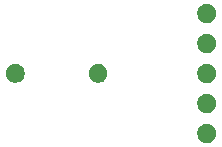
<source format=gbr>
G04 #@! TF.GenerationSoftware,KiCad,Pcbnew,(5.1.5)-3*
G04 #@! TF.CreationDate,2020-12-21T13:18:25+01:00*
G04 #@! TF.ProjectId,epimetheus_paj7620,6570696d-6574-4686-9575-735f70616a37,rev?*
G04 #@! TF.SameCoordinates,Original*
G04 #@! TF.FileFunction,Soldermask,Bot*
G04 #@! TF.FilePolarity,Negative*
%FSLAX46Y46*%
G04 Gerber Fmt 4.6, Leading zero omitted, Abs format (unit mm)*
G04 Created by KiCad (PCBNEW (5.1.5)-3) date 2020-12-21 13:18:25*
%MOMM*%
%LPD*%
G04 APERTURE LIST*
%ADD10C,0.100000*%
G04 APERTURE END LIST*
D10*
G36*
X179815142Y-35286242D02*
G01*
X179963101Y-35347529D01*
X180096255Y-35436499D01*
X180209501Y-35549745D01*
X180298471Y-35682899D01*
X180359758Y-35830858D01*
X180391000Y-35987925D01*
X180391000Y-36148075D01*
X180359758Y-36305142D01*
X180298471Y-36453101D01*
X180209501Y-36586255D01*
X180096255Y-36699501D01*
X179963101Y-36788471D01*
X179815142Y-36849758D01*
X179658075Y-36881000D01*
X179497925Y-36881000D01*
X179340858Y-36849758D01*
X179192899Y-36788471D01*
X179059745Y-36699501D01*
X178946499Y-36586255D01*
X178857529Y-36453101D01*
X178796242Y-36305142D01*
X178765000Y-36148075D01*
X178765000Y-35987925D01*
X178796242Y-35830858D01*
X178857529Y-35682899D01*
X178946499Y-35549745D01*
X179059745Y-35436499D01*
X179192899Y-35347529D01*
X179340858Y-35286242D01*
X179497925Y-35255000D01*
X179658075Y-35255000D01*
X179815142Y-35286242D01*
G37*
G36*
X179815142Y-32746242D02*
G01*
X179963101Y-32807529D01*
X180096255Y-32896499D01*
X180209501Y-33009745D01*
X180298471Y-33142899D01*
X180359758Y-33290858D01*
X180391000Y-33447925D01*
X180391000Y-33608075D01*
X180359758Y-33765142D01*
X180298471Y-33913101D01*
X180209501Y-34046255D01*
X180096255Y-34159501D01*
X179963101Y-34248471D01*
X179815142Y-34309758D01*
X179658075Y-34341000D01*
X179497925Y-34341000D01*
X179340858Y-34309758D01*
X179192899Y-34248471D01*
X179059745Y-34159501D01*
X178946499Y-34046255D01*
X178857529Y-33913101D01*
X178796242Y-33765142D01*
X178765000Y-33608075D01*
X178765000Y-33447925D01*
X178796242Y-33290858D01*
X178857529Y-33142899D01*
X178946499Y-33009745D01*
X179059745Y-32896499D01*
X179192899Y-32807529D01*
X179340858Y-32746242D01*
X179497925Y-32715000D01*
X179658075Y-32715000D01*
X179815142Y-32746242D01*
G37*
G36*
X179815142Y-30206242D02*
G01*
X179963101Y-30267529D01*
X180096255Y-30356499D01*
X180209501Y-30469745D01*
X180298471Y-30602899D01*
X180359758Y-30750858D01*
X180391000Y-30907925D01*
X180391000Y-31068075D01*
X180359758Y-31225142D01*
X180298471Y-31373101D01*
X180209501Y-31506255D01*
X180096255Y-31619501D01*
X179963101Y-31708471D01*
X179815142Y-31769758D01*
X179658075Y-31801000D01*
X179497925Y-31801000D01*
X179340858Y-31769758D01*
X179192899Y-31708471D01*
X179059745Y-31619501D01*
X178946499Y-31506255D01*
X178857529Y-31373101D01*
X178796242Y-31225142D01*
X178765000Y-31068075D01*
X178765000Y-30907925D01*
X178796242Y-30750858D01*
X178857529Y-30602899D01*
X178946499Y-30469745D01*
X179059745Y-30356499D01*
X179192899Y-30267529D01*
X179340858Y-30206242D01*
X179497925Y-30175000D01*
X179658075Y-30175000D01*
X179815142Y-30206242D01*
G37*
G36*
X170606642Y-30217781D02*
G01*
X170752414Y-30278162D01*
X170752416Y-30278163D01*
X170883608Y-30365822D01*
X170995178Y-30477392D01*
X171079038Y-30602899D01*
X171082838Y-30608586D01*
X171143219Y-30754358D01*
X171174000Y-30909107D01*
X171174000Y-31066893D01*
X171143219Y-31221642D01*
X171082838Y-31367414D01*
X171082837Y-31367416D01*
X170995178Y-31498608D01*
X170883608Y-31610178D01*
X170752416Y-31697837D01*
X170752415Y-31697838D01*
X170752414Y-31697838D01*
X170606642Y-31758219D01*
X170451893Y-31789000D01*
X170294107Y-31789000D01*
X170139358Y-31758219D01*
X169993586Y-31697838D01*
X169993585Y-31697838D01*
X169993584Y-31697837D01*
X169862392Y-31610178D01*
X169750822Y-31498608D01*
X169663163Y-31367416D01*
X169663162Y-31367414D01*
X169602781Y-31221642D01*
X169572000Y-31066893D01*
X169572000Y-30909107D01*
X169602781Y-30754358D01*
X169663162Y-30608586D01*
X169666962Y-30602899D01*
X169750822Y-30477392D01*
X169862392Y-30365822D01*
X169993584Y-30278163D01*
X169993586Y-30278162D01*
X170139358Y-30217781D01*
X170294107Y-30187000D01*
X170451893Y-30187000D01*
X170606642Y-30217781D01*
G37*
G36*
X163606642Y-30217781D02*
G01*
X163752414Y-30278162D01*
X163752416Y-30278163D01*
X163883608Y-30365822D01*
X163995178Y-30477392D01*
X164079038Y-30602899D01*
X164082838Y-30608586D01*
X164143219Y-30754358D01*
X164174000Y-30909107D01*
X164174000Y-31066893D01*
X164143219Y-31221642D01*
X164082838Y-31367414D01*
X164082837Y-31367416D01*
X163995178Y-31498608D01*
X163883608Y-31610178D01*
X163752416Y-31697837D01*
X163752415Y-31697838D01*
X163752414Y-31697838D01*
X163606642Y-31758219D01*
X163451893Y-31789000D01*
X163294107Y-31789000D01*
X163139358Y-31758219D01*
X162993586Y-31697838D01*
X162993585Y-31697838D01*
X162993584Y-31697837D01*
X162862392Y-31610178D01*
X162750822Y-31498608D01*
X162663163Y-31367416D01*
X162663162Y-31367414D01*
X162602781Y-31221642D01*
X162572000Y-31066893D01*
X162572000Y-30909107D01*
X162602781Y-30754358D01*
X162663162Y-30608586D01*
X162666962Y-30602899D01*
X162750822Y-30477392D01*
X162862392Y-30365822D01*
X162993584Y-30278163D01*
X162993586Y-30278162D01*
X163139358Y-30217781D01*
X163294107Y-30187000D01*
X163451893Y-30187000D01*
X163606642Y-30217781D01*
G37*
G36*
X179815142Y-27666242D02*
G01*
X179963101Y-27727529D01*
X180096255Y-27816499D01*
X180209501Y-27929745D01*
X180298471Y-28062899D01*
X180359758Y-28210858D01*
X180391000Y-28367925D01*
X180391000Y-28528075D01*
X180359758Y-28685142D01*
X180298471Y-28833101D01*
X180209501Y-28966255D01*
X180096255Y-29079501D01*
X179963101Y-29168471D01*
X179815142Y-29229758D01*
X179658075Y-29261000D01*
X179497925Y-29261000D01*
X179340858Y-29229758D01*
X179192899Y-29168471D01*
X179059745Y-29079501D01*
X178946499Y-28966255D01*
X178857529Y-28833101D01*
X178796242Y-28685142D01*
X178765000Y-28528075D01*
X178765000Y-28367925D01*
X178796242Y-28210858D01*
X178857529Y-28062899D01*
X178946499Y-27929745D01*
X179059745Y-27816499D01*
X179192899Y-27727529D01*
X179340858Y-27666242D01*
X179497925Y-27635000D01*
X179658075Y-27635000D01*
X179815142Y-27666242D01*
G37*
G36*
X179815142Y-25126242D02*
G01*
X179963101Y-25187529D01*
X180096255Y-25276499D01*
X180209501Y-25389745D01*
X180298471Y-25522899D01*
X180359758Y-25670858D01*
X180391000Y-25827925D01*
X180391000Y-25988075D01*
X180359758Y-26145142D01*
X180298471Y-26293101D01*
X180209501Y-26426255D01*
X180096255Y-26539501D01*
X179963101Y-26628471D01*
X179815142Y-26689758D01*
X179658075Y-26721000D01*
X179497925Y-26721000D01*
X179340858Y-26689758D01*
X179192899Y-26628471D01*
X179059745Y-26539501D01*
X178946499Y-26426255D01*
X178857529Y-26293101D01*
X178796242Y-26145142D01*
X178765000Y-25988075D01*
X178765000Y-25827925D01*
X178796242Y-25670858D01*
X178857529Y-25522899D01*
X178946499Y-25389745D01*
X179059745Y-25276499D01*
X179192899Y-25187529D01*
X179340858Y-25126242D01*
X179497925Y-25095000D01*
X179658075Y-25095000D01*
X179815142Y-25126242D01*
G37*
M02*

</source>
